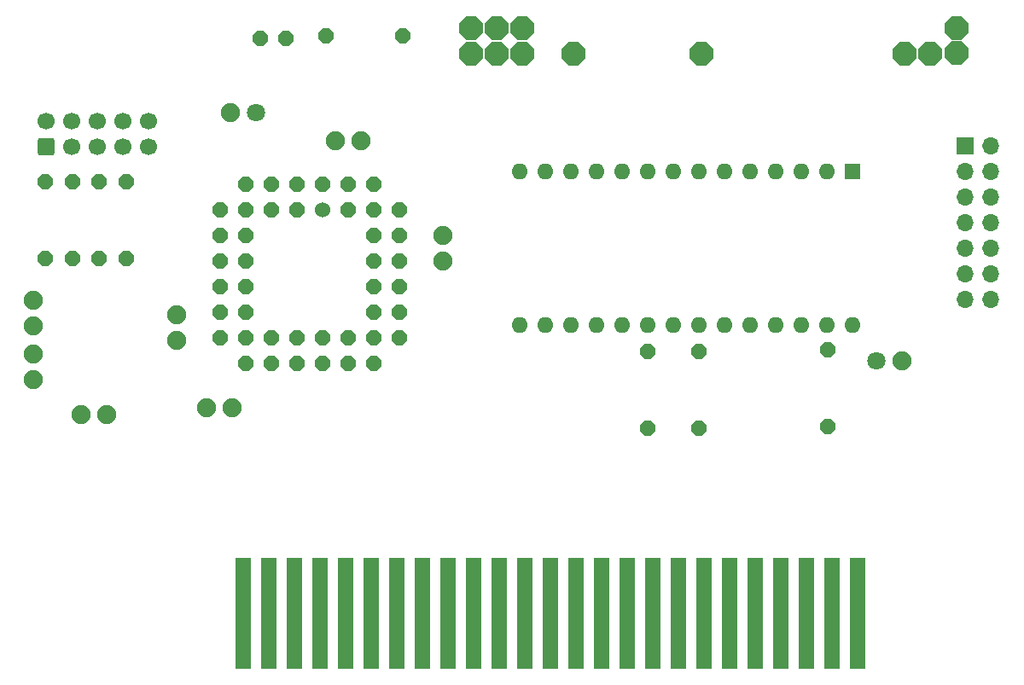
<source format=gbr>
%TF.GenerationSoftware,KiCad,Pcbnew,(6.0.7)*%
%TF.CreationDate,2022-11-17T13:34:52+00:00*%
%TF.ProjectId,msxpi,6d737870-692e-46b6-9963-61645f706362,rev?*%
%TF.SameCoordinates,Original*%
%TF.FileFunction,Soldermask,Bot*%
%TF.FilePolarity,Negative*%
%FSLAX46Y46*%
G04 Gerber Fmt 4.6, Leading zero omitted, Abs format (unit mm)*
G04 Created by KiCad (PCBNEW (6.0.7)) date 2022-11-17 13:34:52*
%MOMM*%
%LPD*%
G01*
G04 APERTURE LIST*
G04 Aperture macros list*
%AMRoundRect*
0 Rectangle with rounded corners*
0 $1 Rounding radius*
0 $2 $3 $4 $5 $6 $7 $8 $9 X,Y pos of 4 corners*
0 Add a 4 corners polygon primitive as box body*
4,1,4,$2,$3,$4,$5,$6,$7,$8,$9,$2,$3,0*
0 Add four circle primitives for the rounded corners*
1,1,$1+$1,$2,$3*
1,1,$1+$1,$4,$5*
1,1,$1+$1,$6,$7*
1,1,$1+$1,$8,$9*
0 Add four rect primitives between the rounded corners*
20,1,$1+$1,$2,$3,$4,$5,0*
20,1,$1+$1,$4,$5,$6,$7,0*
20,1,$1+$1,$6,$7,$8,$9,0*
20,1,$1+$1,$8,$9,$2,$3,0*%
%AMFreePoly0*
4,1,25,0.506863,1.161696,0.518986,1.151342,1.151342,0.518986,1.179849,0.463038,1.181100,0.447144,1.181100,-0.447144,1.161696,-0.506863,1.151342,-0.518986,0.518986,-1.151342,0.463038,-1.179849,0.447144,-1.181100,-0.447144,-1.181100,-0.506863,-1.161696,-0.518986,-1.151342,-1.151342,-0.518986,-1.179849,-0.463038,-1.181100,-0.447144,-1.181100,0.447144,-1.161696,0.506863,-1.151342,0.518986,
-0.518986,1.151342,-0.463038,1.179849,-0.447144,1.181100,0.447144,1.181100,0.506863,1.161696,0.506863,1.161696,$1*%
%AMFreePoly1*
4,1,25,0.333266,0.742596,0.345389,0.732242,0.732242,0.345389,0.760749,0.289441,0.762000,0.273547,0.762000,-0.273547,0.742596,-0.333266,0.732242,-0.345389,0.345389,-0.732242,0.289441,-0.760749,0.273547,-0.762000,-0.273547,-0.762000,-0.333266,-0.742596,-0.345389,-0.732242,-0.732242,-0.345389,-0.760749,-0.289441,-0.762000,-0.273547,-0.762000,0.273547,-0.742596,0.333266,-0.732242,0.345389,
-0.345389,0.732242,-0.289441,0.760749,-0.273547,0.762000,0.273547,0.762000,0.333266,0.742596,0.333266,0.742596,$1*%
%AMFreePoly2*
4,1,25,0.391131,0.882296,0.403254,0.871942,0.871942,0.403254,0.900449,0.347306,0.901700,0.331412,0.901700,-0.331412,0.882296,-0.391131,0.871942,-0.403254,0.403254,-0.871942,0.347306,-0.900449,0.331412,-0.901700,-0.331412,-0.901700,-0.391131,-0.882296,-0.403254,-0.871942,-0.871942,-0.403254,-0.900449,-0.347306,-0.901700,-0.331412,-0.901700,0.331412,-0.882296,0.391131,-0.871942,0.403254,
-0.403254,0.871942,-0.347306,0.900449,-0.331412,0.901700,0.331412,0.901700,0.391131,0.882296,0.391131,0.882296,$1*%
G04 Aperture macros list end*
%ADD10FreePoly0,0.000000*%
%ADD11C,1.700000*%
%ADD12RoundRect,0.250000X0.600000X-0.600000X0.600000X0.600000X-0.600000X0.600000X-0.600000X-0.600000X0*%
%ADD13R,1.500000X11.000000*%
%ADD14FreePoly1,270.000000*%
%ADD15FreePoly2,180.000000*%
%ADD16FreePoly2,90.000000*%
%ADD17FreePoly1,90.000000*%
%ADD18FreePoly1,0.000000*%
%ADD19C,1.803400*%
%ADD20FreePoly2,0.000000*%
%ADD21R,1.700000X1.700000*%
%ADD22O,1.700000X1.700000*%
%ADD23FreePoly2,270.000000*%
%ADD24R,1.600000X1.600000*%
%ADD25O,1.600000X1.600000*%
%ADD26FreePoly1,180.000000*%
%ADD27C,1.524000*%
G04 APERTURE END LIST*
D10*
%TO.C,MOUNTHOLE5*%
X194437000Y-72999600D03*
%TD*%
%TO.C,MOUNTHOLE4*%
X194437000Y-75514200D03*
%TD*%
%TO.C,MOUNTHOLE3*%
X151384000Y-73025000D03*
%TD*%
%TO.C,MOUNTHOLE2*%
X148818600Y-73025000D03*
%TD*%
%TO.C,MOUNTHOLE1*%
X146304000Y-73025000D03*
%TD*%
D11*
%TO.C,JP2*%
X114274600Y-82278500D03*
X114274600Y-84818500D03*
X111734600Y-82278500D03*
X111734600Y-84818500D03*
X109194600Y-82278500D03*
X109194600Y-84818500D03*
X106654600Y-82278500D03*
X106654600Y-84818500D03*
X104114600Y-82278500D03*
D12*
X104114600Y-84818500D03*
%TD*%
D13*
%TO.C,JP1*%
X184610025Y-131114405D03*
X182070025Y-131114405D03*
X179530025Y-131114405D03*
X176990025Y-131114405D03*
X174450025Y-131114405D03*
X171910025Y-131114405D03*
X169370025Y-131114405D03*
X166830025Y-131114405D03*
X164290025Y-131114405D03*
X161750025Y-131114405D03*
X159210025Y-131114405D03*
X156670025Y-131114405D03*
X154130025Y-131114405D03*
X151590025Y-131114405D03*
X149050025Y-131114405D03*
X146510025Y-131114405D03*
X143970025Y-131114405D03*
X141430025Y-131114405D03*
X138890025Y-131114405D03*
X136350025Y-131114405D03*
X133810025Y-131114405D03*
X131270025Y-131114405D03*
X128730025Y-131114405D03*
X126190025Y-131114405D03*
X123650025Y-131114405D03*
%TD*%
D10*
%TO.C,SPI_MOSI_PI_GPIO1*%
X151384000Y-75558457D03*
%TD*%
D14*
%TO.C,R5*%
X181711600Y-104952800D03*
X181711600Y-112572800D03*
%TD*%
D10*
%TO.C,+5V1*%
X191824942Y-75558457D03*
%TD*%
D15*
%TO.C,C8*%
X122555000Y-110744000D03*
X120015000Y-110744000D03*
%TD*%
D16*
%TO.C,C1*%
X102870000Y-107950000D03*
X102870000Y-105410000D03*
%TD*%
D17*
%TO.C,R3*%
X109347000Y-95885000D03*
X109347000Y-88265000D03*
%TD*%
D18*
%TO.C,R8*%
X131876800Y-73837800D03*
X139496800Y-73837800D03*
%TD*%
D19*
%TO.C,C9*%
X186537600Y-106019600D03*
D20*
X189077600Y-106019600D03*
%TD*%
D21*
%TO.C,J1*%
X195321000Y-84704000D03*
D22*
X197861000Y-84704000D03*
X195321000Y-87244000D03*
X197861000Y-87244000D03*
X195321000Y-89784000D03*
X197861000Y-89784000D03*
X195321000Y-92324000D03*
X197861000Y-92324000D03*
X195321000Y-94864000D03*
X197861000Y-94864000D03*
X195321000Y-97404000D03*
X197861000Y-97404000D03*
X195321000Y-99944000D03*
X197861000Y-99944000D03*
%TD*%
D17*
%TO.C,R1*%
X104038400Y-95859600D03*
X104038400Y-88239600D03*
%TD*%
D23*
%TO.C,C7*%
X143510000Y-93599000D03*
X143510000Y-96139000D03*
%TD*%
D14*
%TO.C,R7*%
X163830000Y-112776000D03*
X163830000Y-105156000D03*
%TD*%
D24*
%TO.C,U1*%
X184150000Y-87249000D03*
D25*
X181610000Y-87249000D03*
X179070000Y-87249000D03*
X176530000Y-87249000D03*
X173990000Y-87249000D03*
X171450000Y-87249000D03*
X168910000Y-87249000D03*
X166370000Y-87249000D03*
X163830000Y-87249000D03*
X161290000Y-87249000D03*
X158750000Y-87249000D03*
X156210000Y-87249000D03*
X153670000Y-87249000D03*
X151130000Y-87249000D03*
X151130000Y-102489000D03*
X153670000Y-102489000D03*
X156210000Y-102489000D03*
X158750000Y-102489000D03*
X161290000Y-102489000D03*
X163830000Y-102489000D03*
X166370000Y-102489000D03*
X168910000Y-102489000D03*
X171450000Y-102489000D03*
X173990000Y-102489000D03*
X176530000Y-102489000D03*
X179070000Y-102489000D03*
X181610000Y-102489000D03*
X184150000Y-102489000D03*
%TD*%
D26*
%TO.C,LED1*%
X127952500Y-74041000D03*
X125412500Y-74041000D03*
%TD*%
D15*
%TO.C,C5*%
X135382000Y-84175600D03*
X132842000Y-84175600D03*
%TD*%
D17*
%TO.C,R2*%
X106705400Y-95885000D03*
X106705400Y-88265000D03*
%TD*%
D10*
%TO.C,GND5*%
X189284942Y-75558457D03*
%TD*%
D15*
%TO.C,C6*%
X110109000Y-111379000D03*
X107569000Y-111379000D03*
%TD*%
D10*
%TO.C,SPI_MISO_PI_GPIO1*%
X156464000Y-75558457D03*
%TD*%
%TO.C,SPI_RDY_PI_GPIO1*%
X169164000Y-75558457D03*
%TD*%
D19*
%TO.C,C2*%
X124942600Y-81432400D03*
D15*
X122402600Y-81432400D03*
%TD*%
D16*
%TO.C,C4*%
X117094000Y-104013000D03*
X117094000Y-101473000D03*
%TD*%
D10*
%TO.C,SPI_CLK_PI_GPIO1*%
X148844000Y-75558457D03*
%TD*%
D14*
%TO.C,R6*%
X168910000Y-112725200D03*
X168910000Y-105105200D03*
%TD*%
D18*
%TO.C,EPM3064ALC44*%
X131572000Y-88519000D03*
X134112000Y-91059000D03*
X134112000Y-88519000D03*
X136652000Y-91059000D03*
X136652000Y-88519000D03*
X139192000Y-91059000D03*
X136652000Y-93599000D03*
X139192000Y-93599000D03*
X136652000Y-96139000D03*
X139192000Y-96139000D03*
X136652000Y-98679000D03*
X139192000Y-98679000D03*
X136652000Y-101219000D03*
X139192000Y-101219000D03*
X136652000Y-103759000D03*
X139192000Y-103759000D03*
X136652000Y-106299000D03*
X134112000Y-103759000D03*
X134112000Y-106299000D03*
X131572000Y-103759000D03*
X131572000Y-106299000D03*
X129032000Y-103759000D03*
X129032000Y-106299000D03*
X126492000Y-103759000D03*
X126492000Y-106299000D03*
X123952000Y-103759000D03*
X123952000Y-106299000D03*
X121412000Y-103759000D03*
X123952000Y-101219000D03*
X121412000Y-101219000D03*
X123952000Y-98679000D03*
X121412000Y-98679000D03*
X123952000Y-96139000D03*
X121412000Y-96139000D03*
X123952000Y-93599000D03*
X121412000Y-93599000D03*
X123952000Y-91059000D03*
X121412000Y-91059000D03*
X123952000Y-88519000D03*
X126492000Y-91059000D03*
X126492000Y-88519000D03*
X129032000Y-91059000D03*
X129032000Y-88519000D03*
D27*
X131572000Y-91059000D03*
%TD*%
D17*
%TO.C,R4*%
X112090200Y-95935800D03*
X112090200Y-88315800D03*
%TD*%
D23*
%TO.C,C3*%
X102870000Y-100076000D03*
X102870000Y-102616000D03*
%TD*%
D10*
%TO.C,SPI_CS_PI_GPIO1*%
X146304000Y-75558457D03*
%TD*%
M02*

</source>
